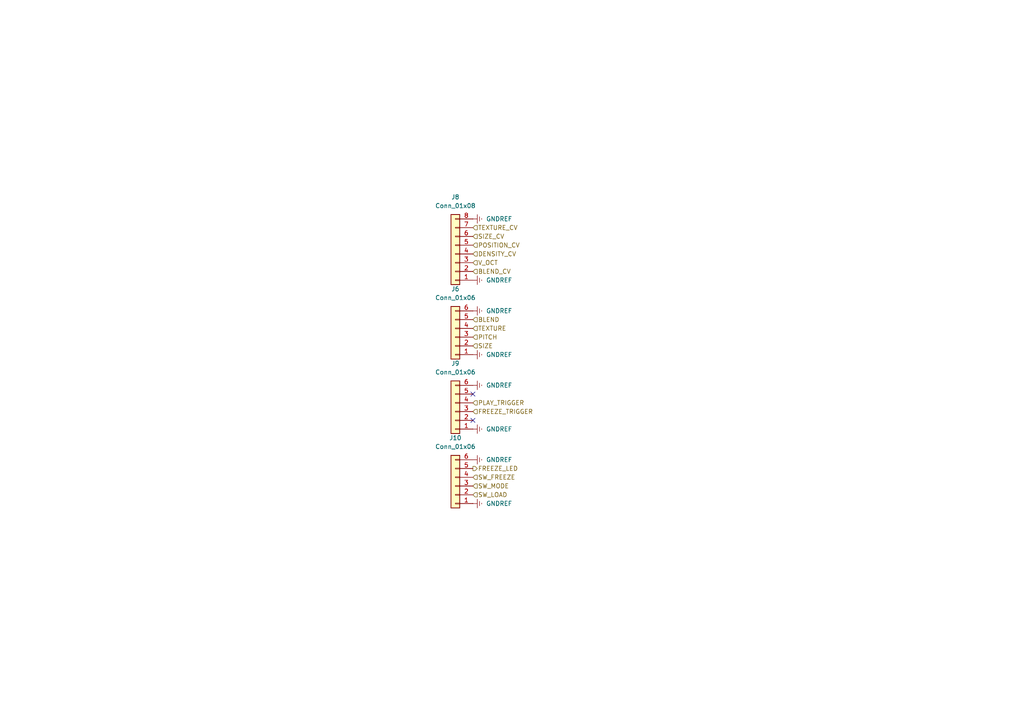
<source format=kicad_sch>
(kicad_sch (version 20231120) (generator "eeschema") (generator_version "8.0")
  (paper "A4")
  (lib_symbols
    (symbol "Connector_Generic:Conn_01x06" (pin_names (offset 1.016) hide)
      (property "Reference" "J" (at 0 7.62 0))
      (property "Value" "Conn_01x06" (at 0 -10.16 0))
      (symbol "Conn_01x06_1_1"
        (rectangle (start -1.27 -7.493) (end 0 -7.747) (stroke (width 0.1524)))
        (rectangle (start -1.27 -4.953) (end 0 -5.207) (stroke (width 0.1524)))
        (rectangle (start -1.27 -2.413) (end 0 -2.667) (stroke (width 0.1524)))
        (rectangle (start -1.27 0.127) (end 0 -0.127) (stroke (width 0.1524)))
        (rectangle (start -1.27 2.667) (end 0 2.413) (stroke (width 0.1524)))
        (rectangle (start -1.27 5.207) (end 0 4.953) (stroke (width 0.1524)))
        (rectangle (start -1.27 6.35) (end 1.27 -8.89) (stroke (width 0.254)) (fill (type background)))
        (pin passive line (at -5.08 5.08 0) (length 3.81) (name "Pin_1") (number "1"))
        (pin passive line (at -5.08 2.54 0) (length 3.81) (name "Pin_2") (number "2"))
        (pin passive line (at -5.08 0 0) (length 3.81) (name "Pin_3") (number "3"))
        (pin passive line (at -5.08 -2.54 0) (length 3.81) (name "Pin_4") (number "4"))
        (pin passive line (at -5.08 -5.08 0) (length 3.81) (name "Pin_5") (number "5"))
        (pin passive line (at -5.08 -7.62 0) (length 3.81) (name "Pin_6") (number "6"))
      )
    )
    (symbol "Connector_Generic:Conn_01x08" (pin_names (offset 1.016) hide)
      (property "Reference" "J" (at 0 10.16 0))
      (property "Value" "Conn_01x08" (at 0 -12.7 0))
      (symbol "Conn_01x08_1_1"
        (rectangle (start -1.27 -10.033) (end 0 -10.287) (stroke (width 0.1524)))
        (rectangle (start -1.27 -7.493) (end 0 -7.747) (stroke (width 0.1524)))
        (rectangle (start -1.27 -4.953) (end 0 -5.207) (stroke (width 0.1524)))
        (rectangle (start -1.27 -2.413) (end 0 -2.667) (stroke (width 0.1524)))
        (rectangle (start -1.27 0.127) (end 0 -0.127) (stroke (width 0.1524)))
        (rectangle (start -1.27 2.667) (end 0 2.413) (stroke (width 0.1524)))
        (rectangle (start -1.27 5.207) (end 0 4.953) (stroke (width 0.1524)))
        (rectangle (start -1.27 7.747) (end 0 7.493) (stroke (width 0.1524)))
        (rectangle (start -1.27 8.89) (end 1.27 -11.43) (stroke (width 0.254)) (fill (type background)))
        (pin passive line (at -5.08 7.62 0) (length 3.81) (name "Pin_1") (number "1"))
        (pin passive line (at -5.08 5.08 0) (length 3.81) (name "Pin_2") (number "2"))
        (pin passive line (at -5.08 2.54 0) (length 3.81) (name "Pin_3") (number "3"))
        (pin passive line (at -5.08 0 0) (length 3.81) (name "Pin_4") (number "4"))
        (pin passive line (at -5.08 -2.54 0) (length 3.81) (name "Pin_5") (number "5"))
        (pin passive line (at -5.08 -5.08 0) (length 3.81) (name "Pin_6") (number "6"))
        (pin passive line (at -5.08 -7.62 0) (length 3.81) (name "Pin_7") (number "7"))
        (pin passive line (at -5.08 -10.16 0) (length 3.81) (name "Pin_8") (number "8"))
      )
    )
    (symbol "power:GNDREF" (power) (pin_numbers hide) (pin_names (offset 0) hide)
      (property "Value" "GNDREF" (at 0 -3.81 0))
      (symbol "GNDREF_0_1"
        (polyline (pts (xy -0.635 -1.905) (xy 0.635 -1.905)))
        (polyline (pts (xy -0.127 -2.54) (xy 0.127 -2.54)))
        (polyline (pts (xy 0 -1.27) (xy 0 0)))
        (polyline (pts (xy 1.27 -1.27) (xy -1.27 -1.27)))
      )
      (symbol "GNDREF_1_1"
        (pin power_in line (at 0 0 270) (length 0) (name "~") (number "1"))
      )
    )
  )
  (no_connect (at 137.16 114.3))
  (no_connect (at 137.16 121.92))
  (hierarchical_label "SIZE_CV" (shape input) (at 137.16 68.58 0))
  (hierarchical_label "TEXTURE" (shape input) (at 137.16 95.25 0))
  (hierarchical_label "SIZE" (shape input) (at 137.16 100.33 0))
  (hierarchical_label "TEXTURE_CV" (shape input) (at 137.16 66.04 0))
  (hierarchical_label "POSITION_CV" (shape input) (at 137.16 71.12 0))
  (hierarchical_label "FREEZE_TRIGGER" (shape input) (at 137.16 119.38 0))
  (hierarchical_label "PLAY_TRIGGER" (shape input) (at 137.16 116.84 0))
  (hierarchical_label "SW_LOAD" (shape input) (at 137.16 143.51 0))
  (hierarchical_label "DENSITY_CV" (shape input) (at 137.16 73.66 0))
  (hierarchical_label "BLEND_CV" (shape input) (at 137.16 78.74 0))
  (hierarchical_label "SW_FREEZE" (shape input) (at 137.16 138.43 0))
  (hierarchical_label "BLEND" (shape input) (at 137.16 92.71 0))
  (hierarchical_label "FREEZE_LED" (shape output) (at 137.16 135.89 0))
  (hierarchical_label "V_OCT" (shape input) (at 137.16 76.2 0))
  (hierarchical_label "SW_MODE" (shape input) (at 137.16 140.97 0))
  (hierarchical_label "PITCH" (shape input) (at 137.16 97.79 0))
  (symbol (lib_id "power:GNDREF") (at 137.16 90.17 90) (unit 1)
    (property "Reference" "#PWR040" (effects (hide yes)))
    (property "Value" "GNDREF" (at 140.97 90.1699 90) (effects (justify right)))
    (property "Description" "Power symbol creates a global label with name \"GNDREF\" , reference supply ground" (effects (hide yes)))
  )
  (symbol (lib_id "Connector_Generic:Conn_01x06") (at 132.08 119.38 180) (unit 1)
    (property "Reference" "J9" (at 132.08 105.41 0))
    (property "Value" "Conn_01x06" (at 132.08 107.95 0))
    (property "Footprint" "Connector_PinHeader_2.54mm:PinHeader_1x06_P2.54mm_Vertical" (effects (hide yes)))
    (property "Description" "Generic connector, single row, 01x06, script generated (kicad-library-utils/schlib/autogen/connector/)" (effects (hide yes)))
  )
  (symbol (lib_id "power:GNDREF") (at 137.16 81.28 90) (unit 1)
    (property "Reference" "#PWR031" (effects (hide yes)))
    (property "Value" "GNDREF" (at 140.97 81.2799 90) (effects (justify right)))
    (property "Description" "Power symbol creates a global label with name \"GNDREF\" , reference supply ground" (effects (hide yes)))
  )
  (symbol (lib_id "Connector_Generic:Conn_01x06") (at 132.08 97.79 180) (unit 1)
    (property "Reference" "J6" (at 132.08 83.82 0))
    (property "Value" "Conn_01x06" (at 132.08 86.36 0))
    (property "Footprint" "Connector_PinHeader_2.54mm:PinHeader_1x06_P2.54mm_Vertical" (effects (hide yes)))
    (property "Description" "Generic connector, single row, 01x06, script generated (kicad-library-utils/schlib/autogen/connector/)" (effects (hide yes)))
  )
  (symbol (lib_id "Connector_Generic:Conn_01x08") (at 132.08 73.66 180) (unit 1)
    (property "Reference" "J8" (at 132.08 57.15 0))
    (property "Value" "Conn_01x08" (at 132.08 59.69 0))
    (property "Footprint" "Connector_PinHeader_2.54mm:PinHeader_1x08_P2.54mm_Vertical" (effects (hide yes)))
    (property "Description" "Generic connector, single row, 01x08, script generated (kicad-library-utils/schlib/autogen/connector/)" (effects (hide yes)))
  )
  (symbol (lib_id "power:GNDREF") (at 137.16 63.5 90) (unit 1)
    (property "Reference" "#PWR030" (effects (hide yes)))
    (property "Value" "GNDREF" (at 140.97 63.4999 90) (effects (justify right)))
    (property "Description" "Power symbol creates a global label with name \"GNDREF\" , reference supply ground" (effects (hide yes)))
  )
  (symbol (lib_id "power:GNDREF") (at 137.16 133.35 90) (unit 1)
    (property "Reference" "#PWR042" (effects (hide yes)))
    (property "Value" "GNDREF" (at 140.97 133.3499 90) (effects (justify right)))
    (property "Description" "Power symbol creates a global label with name \"GNDREF\" , reference supply ground" (effects (hide yes)))
  )
  (symbol (lib_id "power:GNDREF") (at 137.16 111.76 90) (unit 1)
    (property "Reference" "#PWR041" (effects (hide yes)))
    (property "Value" "GNDREF" (at 140.97 111.7599 90) (effects (justify right)))
    (property "Description" "Power symbol creates a global label with name \"GNDREF\" , reference supply ground" (effects (hide yes)))
  )
  (symbol (lib_id "power:GNDREF") (at 137.16 146.05 90) (unit 1)
    (property "Reference" "#PWR043" (effects (hide yes)))
    (property "Value" "GNDREF" (at 140.97 146.0499 90) (effects (justify right)))
    (property "Description" "Power symbol creates a global label with name \"GNDREF\" , reference supply ground" (effects (hide yes)))
  )
  (symbol (lib_id "Connector_Generic:Conn_01x06") (at 132.08 140.97 180) (unit 1)
    (property "Reference" "J10" (at 132.08 127 0))
    (property "Value" "Conn_01x06" (at 132.08 129.54 0))
    (property "Footprint" "Connector_PinHeader_2.54mm:PinHeader_1x06_P2.54mm_Vertical" (effects (hide yes)))
    (property "Description" "Generic connector, single row, 01x06, script generated (kicad-library-utils/schlib/autogen/connector/)" (effects (hide yes)))
  )
  (symbol (lib_id "power:GNDREF") (at 137.16 102.87 90) (unit 1)
    (property "Reference" "#PWR032" (effects (hide yes)))
    (property "Value" "GNDREF" (at 140.97 102.8699 90) (effects (justify right)))
    (property "Description" "Power symbol creates a global label with name \"GNDREF\" , reference supply ground" (effects (hide yes)))
  )
  (symbol (lib_id "power:GNDREF") (at 137.16 124.46 90) (unit 1)
    (property "Reference" "#PWR033" (effects (hide yes)))
    (property "Value" "GNDREF" (at 140.97 124.4599 90) (effects (justify right)))
    (property "Description" "Power symbol creates a global label with name \"GNDREF\" , reference supply ground" (effects (hide yes)))
  )
)
</source>
